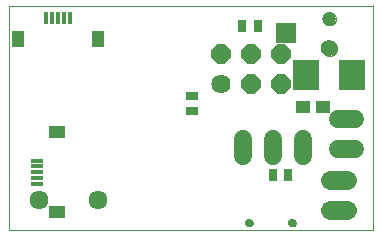
<source format=gbs>
G75*
%MOIN*%
%OFA0B0*%
%FSLAX25Y25*%
%IPPOS*%
%LPD*%
%AMOC8*
5,1,8,0,0,1.08239X$1,22.5*
%
%ADD10C,0.00000*%
%ADD11C,0.06000*%
%ADD12R,0.04731X0.04337*%
%ADD13R,0.03156X0.03943*%
%ADD14C,0.06400*%
%ADD15OC8,0.06400*%
%ADD16R,0.03943X0.03156*%
%ADD17R,0.05676X0.04337*%
%ADD18R,0.04331X0.01378*%
%ADD19C,0.06337*%
%ADD20R,0.04337X0.05676*%
%ADD21R,0.01378X0.04331*%
%ADD22R,0.09061X0.10243*%
%ADD23C,0.04731*%
%ADD24C,0.05518*%
%ADD25R,0.07093X0.06699*%
%ADD26C,0.06337*%
%ADD27C,0.02762*%
D10*
X0030649Y0017263D02*
X0030649Y0092177D01*
X0152011Y0092177D01*
X0152011Y0092208D01*
X0152011Y0092177D02*
X0152011Y0017263D01*
X0152011Y0017247D01*
X0152011Y0017263D02*
X0030649Y0017263D01*
X0109471Y0019767D02*
X0109473Y0019836D01*
X0109479Y0019904D01*
X0109489Y0019972D01*
X0109503Y0020039D01*
X0109521Y0020106D01*
X0109542Y0020171D01*
X0109568Y0020235D01*
X0109597Y0020297D01*
X0109629Y0020357D01*
X0109665Y0020416D01*
X0109705Y0020472D01*
X0109747Y0020526D01*
X0109793Y0020577D01*
X0109842Y0020626D01*
X0109893Y0020672D01*
X0109947Y0020714D01*
X0110003Y0020754D01*
X0110061Y0020790D01*
X0110122Y0020822D01*
X0110184Y0020851D01*
X0110248Y0020877D01*
X0110313Y0020898D01*
X0110380Y0020916D01*
X0110447Y0020930D01*
X0110515Y0020940D01*
X0110583Y0020946D01*
X0110652Y0020948D01*
X0110721Y0020946D01*
X0110789Y0020940D01*
X0110857Y0020930D01*
X0110924Y0020916D01*
X0110991Y0020898D01*
X0111056Y0020877D01*
X0111120Y0020851D01*
X0111182Y0020822D01*
X0111242Y0020790D01*
X0111301Y0020754D01*
X0111357Y0020714D01*
X0111411Y0020672D01*
X0111462Y0020626D01*
X0111511Y0020577D01*
X0111557Y0020526D01*
X0111599Y0020472D01*
X0111639Y0020416D01*
X0111675Y0020357D01*
X0111707Y0020297D01*
X0111736Y0020235D01*
X0111762Y0020171D01*
X0111783Y0020106D01*
X0111801Y0020039D01*
X0111815Y0019972D01*
X0111825Y0019904D01*
X0111831Y0019836D01*
X0111833Y0019767D01*
X0111831Y0019698D01*
X0111825Y0019630D01*
X0111815Y0019562D01*
X0111801Y0019495D01*
X0111783Y0019428D01*
X0111762Y0019363D01*
X0111736Y0019299D01*
X0111707Y0019237D01*
X0111675Y0019176D01*
X0111639Y0019118D01*
X0111599Y0019062D01*
X0111557Y0019008D01*
X0111511Y0018957D01*
X0111462Y0018908D01*
X0111411Y0018862D01*
X0111357Y0018820D01*
X0111301Y0018780D01*
X0111243Y0018744D01*
X0111182Y0018712D01*
X0111120Y0018683D01*
X0111056Y0018657D01*
X0110991Y0018636D01*
X0110924Y0018618D01*
X0110857Y0018604D01*
X0110789Y0018594D01*
X0110721Y0018588D01*
X0110652Y0018586D01*
X0110583Y0018588D01*
X0110515Y0018594D01*
X0110447Y0018604D01*
X0110380Y0018618D01*
X0110313Y0018636D01*
X0110248Y0018657D01*
X0110184Y0018683D01*
X0110122Y0018712D01*
X0110061Y0018744D01*
X0110003Y0018780D01*
X0109947Y0018820D01*
X0109893Y0018862D01*
X0109842Y0018908D01*
X0109793Y0018957D01*
X0109747Y0019008D01*
X0109705Y0019062D01*
X0109665Y0019118D01*
X0109629Y0019176D01*
X0109597Y0019237D01*
X0109568Y0019299D01*
X0109542Y0019363D01*
X0109521Y0019428D01*
X0109503Y0019495D01*
X0109489Y0019562D01*
X0109479Y0019630D01*
X0109473Y0019698D01*
X0109471Y0019767D01*
X0123842Y0019767D02*
X0123844Y0019836D01*
X0123850Y0019904D01*
X0123860Y0019972D01*
X0123874Y0020039D01*
X0123892Y0020106D01*
X0123913Y0020171D01*
X0123939Y0020235D01*
X0123968Y0020297D01*
X0124000Y0020357D01*
X0124036Y0020416D01*
X0124076Y0020472D01*
X0124118Y0020526D01*
X0124164Y0020577D01*
X0124213Y0020626D01*
X0124264Y0020672D01*
X0124318Y0020714D01*
X0124374Y0020754D01*
X0124432Y0020790D01*
X0124493Y0020822D01*
X0124555Y0020851D01*
X0124619Y0020877D01*
X0124684Y0020898D01*
X0124751Y0020916D01*
X0124818Y0020930D01*
X0124886Y0020940D01*
X0124954Y0020946D01*
X0125023Y0020948D01*
X0125092Y0020946D01*
X0125160Y0020940D01*
X0125228Y0020930D01*
X0125295Y0020916D01*
X0125362Y0020898D01*
X0125427Y0020877D01*
X0125491Y0020851D01*
X0125553Y0020822D01*
X0125613Y0020790D01*
X0125672Y0020754D01*
X0125728Y0020714D01*
X0125782Y0020672D01*
X0125833Y0020626D01*
X0125882Y0020577D01*
X0125928Y0020526D01*
X0125970Y0020472D01*
X0126010Y0020416D01*
X0126046Y0020357D01*
X0126078Y0020297D01*
X0126107Y0020235D01*
X0126133Y0020171D01*
X0126154Y0020106D01*
X0126172Y0020039D01*
X0126186Y0019972D01*
X0126196Y0019904D01*
X0126202Y0019836D01*
X0126204Y0019767D01*
X0126202Y0019698D01*
X0126196Y0019630D01*
X0126186Y0019562D01*
X0126172Y0019495D01*
X0126154Y0019428D01*
X0126133Y0019363D01*
X0126107Y0019299D01*
X0126078Y0019237D01*
X0126046Y0019176D01*
X0126010Y0019118D01*
X0125970Y0019062D01*
X0125928Y0019008D01*
X0125882Y0018957D01*
X0125833Y0018908D01*
X0125782Y0018862D01*
X0125728Y0018820D01*
X0125672Y0018780D01*
X0125614Y0018744D01*
X0125553Y0018712D01*
X0125491Y0018683D01*
X0125427Y0018657D01*
X0125362Y0018636D01*
X0125295Y0018618D01*
X0125228Y0018604D01*
X0125160Y0018594D01*
X0125092Y0018588D01*
X0125023Y0018586D01*
X0124954Y0018588D01*
X0124886Y0018594D01*
X0124818Y0018604D01*
X0124751Y0018618D01*
X0124684Y0018636D01*
X0124619Y0018657D01*
X0124555Y0018683D01*
X0124493Y0018712D01*
X0124432Y0018744D01*
X0124374Y0018780D01*
X0124318Y0018820D01*
X0124264Y0018862D01*
X0124213Y0018908D01*
X0124164Y0018957D01*
X0124118Y0019008D01*
X0124076Y0019062D01*
X0124036Y0019118D01*
X0124000Y0019176D01*
X0123968Y0019237D01*
X0123939Y0019299D01*
X0123913Y0019363D01*
X0123892Y0019428D01*
X0123874Y0019495D01*
X0123860Y0019562D01*
X0123850Y0019630D01*
X0123844Y0019698D01*
X0123842Y0019767D01*
X0134874Y0077905D02*
X0134876Y0078006D01*
X0134882Y0078107D01*
X0134892Y0078208D01*
X0134906Y0078308D01*
X0134924Y0078407D01*
X0134946Y0078506D01*
X0134971Y0078604D01*
X0135001Y0078701D01*
X0135034Y0078796D01*
X0135071Y0078890D01*
X0135112Y0078983D01*
X0135156Y0079074D01*
X0135204Y0079163D01*
X0135256Y0079250D01*
X0135311Y0079335D01*
X0135369Y0079417D01*
X0135430Y0079498D01*
X0135495Y0079576D01*
X0135562Y0079651D01*
X0135632Y0079723D01*
X0135706Y0079793D01*
X0135782Y0079860D01*
X0135860Y0079924D01*
X0135941Y0079984D01*
X0136024Y0080041D01*
X0136110Y0080095D01*
X0136198Y0080146D01*
X0136287Y0080193D01*
X0136378Y0080237D01*
X0136471Y0080276D01*
X0136566Y0080313D01*
X0136661Y0080345D01*
X0136758Y0080374D01*
X0136857Y0080398D01*
X0136955Y0080419D01*
X0137055Y0080436D01*
X0137155Y0080449D01*
X0137256Y0080458D01*
X0137357Y0080463D01*
X0137458Y0080464D01*
X0137559Y0080461D01*
X0137660Y0080454D01*
X0137761Y0080443D01*
X0137861Y0080428D01*
X0137960Y0080409D01*
X0138059Y0080386D01*
X0138156Y0080360D01*
X0138253Y0080329D01*
X0138348Y0080295D01*
X0138441Y0080257D01*
X0138534Y0080215D01*
X0138624Y0080170D01*
X0138713Y0080121D01*
X0138799Y0080069D01*
X0138883Y0080013D01*
X0138966Y0079954D01*
X0139045Y0079892D01*
X0139123Y0079827D01*
X0139197Y0079759D01*
X0139269Y0079687D01*
X0139338Y0079614D01*
X0139404Y0079537D01*
X0139467Y0079458D01*
X0139527Y0079376D01*
X0139583Y0079292D01*
X0139636Y0079206D01*
X0139686Y0079118D01*
X0139732Y0079028D01*
X0139775Y0078937D01*
X0139814Y0078843D01*
X0139849Y0078748D01*
X0139880Y0078652D01*
X0139908Y0078555D01*
X0139932Y0078457D01*
X0139952Y0078358D01*
X0139968Y0078258D01*
X0139980Y0078157D01*
X0139988Y0078057D01*
X0139992Y0077956D01*
X0139992Y0077854D01*
X0139988Y0077753D01*
X0139980Y0077653D01*
X0139968Y0077552D01*
X0139952Y0077452D01*
X0139932Y0077353D01*
X0139908Y0077255D01*
X0139880Y0077158D01*
X0139849Y0077062D01*
X0139814Y0076967D01*
X0139775Y0076873D01*
X0139732Y0076782D01*
X0139686Y0076692D01*
X0139636Y0076604D01*
X0139583Y0076518D01*
X0139527Y0076434D01*
X0139467Y0076352D01*
X0139404Y0076273D01*
X0139338Y0076196D01*
X0139269Y0076123D01*
X0139197Y0076051D01*
X0139123Y0075983D01*
X0139045Y0075918D01*
X0138966Y0075856D01*
X0138883Y0075797D01*
X0138799Y0075741D01*
X0138712Y0075689D01*
X0138624Y0075640D01*
X0138534Y0075595D01*
X0138441Y0075553D01*
X0138348Y0075515D01*
X0138253Y0075481D01*
X0138156Y0075450D01*
X0138059Y0075424D01*
X0137960Y0075401D01*
X0137861Y0075382D01*
X0137761Y0075367D01*
X0137660Y0075356D01*
X0137559Y0075349D01*
X0137458Y0075346D01*
X0137357Y0075347D01*
X0137256Y0075352D01*
X0137155Y0075361D01*
X0137055Y0075374D01*
X0136955Y0075391D01*
X0136857Y0075412D01*
X0136758Y0075436D01*
X0136661Y0075465D01*
X0136566Y0075497D01*
X0136471Y0075534D01*
X0136378Y0075573D01*
X0136287Y0075617D01*
X0136198Y0075664D01*
X0136110Y0075715D01*
X0136024Y0075769D01*
X0135941Y0075826D01*
X0135860Y0075886D01*
X0135782Y0075950D01*
X0135706Y0076017D01*
X0135632Y0076087D01*
X0135562Y0076159D01*
X0135495Y0076234D01*
X0135430Y0076312D01*
X0135369Y0076393D01*
X0135311Y0076475D01*
X0135256Y0076560D01*
X0135204Y0076647D01*
X0135156Y0076736D01*
X0135112Y0076827D01*
X0135071Y0076920D01*
X0135034Y0077014D01*
X0135001Y0077109D01*
X0134971Y0077206D01*
X0134946Y0077304D01*
X0134924Y0077403D01*
X0134906Y0077502D01*
X0134892Y0077602D01*
X0134882Y0077703D01*
X0134876Y0077804D01*
X0134874Y0077905D01*
X0135268Y0087747D02*
X0135270Y0087840D01*
X0135276Y0087932D01*
X0135286Y0088024D01*
X0135300Y0088115D01*
X0135317Y0088206D01*
X0135339Y0088296D01*
X0135364Y0088385D01*
X0135393Y0088473D01*
X0135426Y0088559D01*
X0135463Y0088644D01*
X0135503Y0088728D01*
X0135547Y0088809D01*
X0135594Y0088889D01*
X0135644Y0088967D01*
X0135698Y0089042D01*
X0135755Y0089115D01*
X0135815Y0089185D01*
X0135878Y0089253D01*
X0135944Y0089318D01*
X0136012Y0089380D01*
X0136083Y0089440D01*
X0136157Y0089496D01*
X0136233Y0089549D01*
X0136311Y0089598D01*
X0136391Y0089645D01*
X0136473Y0089687D01*
X0136557Y0089727D01*
X0136642Y0089762D01*
X0136729Y0089794D01*
X0136817Y0089823D01*
X0136906Y0089847D01*
X0136996Y0089868D01*
X0137087Y0089884D01*
X0137179Y0089897D01*
X0137271Y0089906D01*
X0137364Y0089911D01*
X0137456Y0089912D01*
X0137549Y0089909D01*
X0137641Y0089902D01*
X0137733Y0089891D01*
X0137824Y0089876D01*
X0137915Y0089858D01*
X0138005Y0089835D01*
X0138093Y0089809D01*
X0138181Y0089779D01*
X0138267Y0089745D01*
X0138351Y0089708D01*
X0138434Y0089666D01*
X0138515Y0089622D01*
X0138595Y0089574D01*
X0138672Y0089523D01*
X0138746Y0089468D01*
X0138819Y0089410D01*
X0138889Y0089350D01*
X0138956Y0089286D01*
X0139020Y0089220D01*
X0139082Y0089150D01*
X0139140Y0089079D01*
X0139195Y0089005D01*
X0139247Y0088928D01*
X0139296Y0088849D01*
X0139342Y0088769D01*
X0139384Y0088686D01*
X0139422Y0088602D01*
X0139457Y0088516D01*
X0139488Y0088429D01*
X0139515Y0088341D01*
X0139538Y0088251D01*
X0139558Y0088161D01*
X0139574Y0088070D01*
X0139586Y0087978D01*
X0139594Y0087886D01*
X0139598Y0087793D01*
X0139598Y0087701D01*
X0139594Y0087608D01*
X0139586Y0087516D01*
X0139574Y0087424D01*
X0139558Y0087333D01*
X0139538Y0087243D01*
X0139515Y0087153D01*
X0139488Y0087065D01*
X0139457Y0086978D01*
X0139422Y0086892D01*
X0139384Y0086808D01*
X0139342Y0086725D01*
X0139296Y0086645D01*
X0139247Y0086566D01*
X0139195Y0086489D01*
X0139140Y0086415D01*
X0139082Y0086344D01*
X0139020Y0086274D01*
X0138956Y0086208D01*
X0138889Y0086144D01*
X0138819Y0086084D01*
X0138746Y0086026D01*
X0138672Y0085971D01*
X0138595Y0085920D01*
X0138516Y0085872D01*
X0138434Y0085828D01*
X0138351Y0085786D01*
X0138267Y0085749D01*
X0138181Y0085715D01*
X0138093Y0085685D01*
X0138005Y0085659D01*
X0137915Y0085636D01*
X0137824Y0085618D01*
X0137733Y0085603D01*
X0137641Y0085592D01*
X0137549Y0085585D01*
X0137456Y0085582D01*
X0137364Y0085583D01*
X0137271Y0085588D01*
X0137179Y0085597D01*
X0137087Y0085610D01*
X0136996Y0085626D01*
X0136906Y0085647D01*
X0136817Y0085671D01*
X0136729Y0085700D01*
X0136642Y0085732D01*
X0136557Y0085767D01*
X0136473Y0085807D01*
X0136391Y0085849D01*
X0136311Y0085896D01*
X0136233Y0085945D01*
X0136157Y0085998D01*
X0136083Y0086054D01*
X0136012Y0086114D01*
X0135944Y0086176D01*
X0135878Y0086241D01*
X0135815Y0086309D01*
X0135755Y0086379D01*
X0135698Y0086452D01*
X0135644Y0086527D01*
X0135594Y0086605D01*
X0135547Y0086685D01*
X0135503Y0086766D01*
X0135463Y0086850D01*
X0135426Y0086935D01*
X0135393Y0087021D01*
X0135364Y0087109D01*
X0135339Y0087198D01*
X0135317Y0087288D01*
X0135300Y0087379D01*
X0135286Y0087470D01*
X0135276Y0087562D01*
X0135270Y0087654D01*
X0135268Y0087747D01*
D11*
X0140203Y0054464D02*
X0145803Y0054464D01*
X0145803Y0044464D02*
X0140203Y0044464D01*
X0128759Y0042054D02*
X0128759Y0047654D01*
X0118759Y0047654D02*
X0118759Y0042054D01*
X0108759Y0042054D02*
X0108759Y0047654D01*
D12*
X0128526Y0058499D03*
X0135219Y0058499D03*
D13*
X0123582Y0035732D03*
X0118463Y0035732D03*
X0113559Y0085239D03*
X0108441Y0085239D03*
D14*
X0101363Y0065948D03*
D15*
X0111363Y0065948D03*
X0121363Y0065948D03*
X0121363Y0075948D03*
X0111363Y0075948D03*
X0101363Y0075948D03*
D16*
X0091574Y0062090D03*
X0091574Y0056972D03*
D17*
X0046696Y0049915D03*
X0046696Y0023242D03*
D18*
X0039904Y0032641D03*
X0039904Y0034610D03*
X0039904Y0036578D03*
X0039904Y0038547D03*
X0039904Y0040515D03*
D19*
X0137463Y0034165D02*
X0143400Y0034165D01*
X0143400Y0024165D02*
X0137463Y0024165D01*
D20*
X0060363Y0081200D03*
X0033690Y0081200D03*
D21*
X0043089Y0087992D03*
X0045058Y0087992D03*
X0047026Y0087992D03*
X0048995Y0087992D03*
X0050963Y0087992D03*
D22*
X0129756Y0069047D03*
X0145110Y0069047D03*
D23*
X0137433Y0087747D03*
D24*
X0137433Y0077905D03*
D25*
X0123063Y0083023D03*
D26*
X0060436Y0027247D03*
X0040751Y0027247D03*
D27*
X0110652Y0019767D03*
X0125023Y0019767D03*
M02*

</source>
